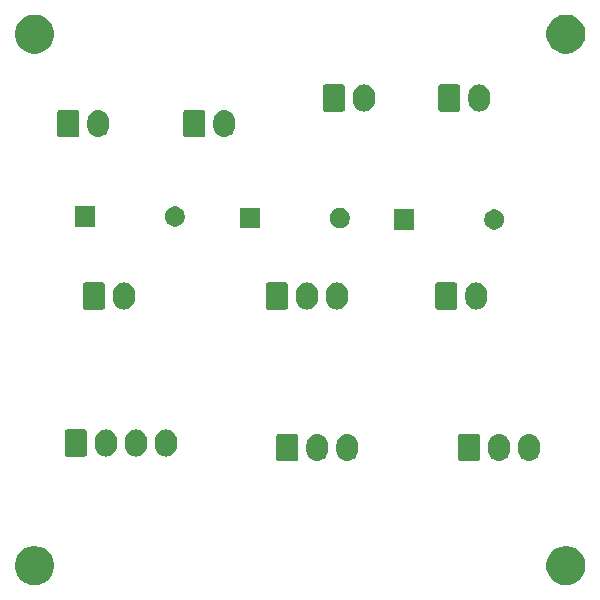
<source format=gbr>
G04 #@! TF.GenerationSoftware,KiCad,Pcbnew,(5.1.5-0-10_14)*
G04 #@! TF.CreationDate,2021-02-06T14:13:38+10:00*
G04 #@! TF.ProjectId,OH - Left Console - 4 - Exterior Lights Panel,4f48202d-204c-4656-9674-20436f6e736f,rev?*
G04 #@! TF.SameCoordinates,Original*
G04 #@! TF.FileFunction,Soldermask,Top*
G04 #@! TF.FilePolarity,Negative*
%FSLAX46Y46*%
G04 Gerber Fmt 4.6, Leading zero omitted, Abs format (unit mm)*
G04 Created by KiCad (PCBNEW (5.1.5-0-10_14)) date 2021-02-06 14:13:38*
%MOMM*%
%LPD*%
G04 APERTURE LIST*
%ADD10C,0.100000*%
G04 APERTURE END LIST*
D10*
G36*
X145375256Y-143391298D02*
G01*
X145481579Y-143412447D01*
X145782042Y-143536903D01*
X146052451Y-143717585D01*
X146282415Y-143947549D01*
X146463097Y-144217958D01*
X146587553Y-144518421D01*
X146651000Y-144837391D01*
X146651000Y-145162609D01*
X146587553Y-145481579D01*
X146463097Y-145782042D01*
X146282415Y-146052451D01*
X146052451Y-146282415D01*
X145782042Y-146463097D01*
X145481579Y-146587553D01*
X145375256Y-146608702D01*
X145162611Y-146651000D01*
X144837389Y-146651000D01*
X144624744Y-146608702D01*
X144518421Y-146587553D01*
X144217958Y-146463097D01*
X143947549Y-146282415D01*
X143717585Y-146052451D01*
X143536903Y-145782042D01*
X143412447Y-145481579D01*
X143349000Y-145162609D01*
X143349000Y-144837391D01*
X143412447Y-144518421D01*
X143536903Y-144217958D01*
X143717585Y-143947549D01*
X143947549Y-143717585D01*
X144217958Y-143536903D01*
X144518421Y-143412447D01*
X144624744Y-143391298D01*
X144837389Y-143349000D01*
X145162611Y-143349000D01*
X145375256Y-143391298D01*
G37*
G36*
X100375256Y-143391298D02*
G01*
X100481579Y-143412447D01*
X100782042Y-143536903D01*
X101052451Y-143717585D01*
X101282415Y-143947549D01*
X101463097Y-144217958D01*
X101587553Y-144518421D01*
X101651000Y-144837391D01*
X101651000Y-145162609D01*
X101587553Y-145481579D01*
X101463097Y-145782042D01*
X101282415Y-146052451D01*
X101052451Y-146282415D01*
X100782042Y-146463097D01*
X100481579Y-146587553D01*
X100375256Y-146608702D01*
X100162611Y-146651000D01*
X99837389Y-146651000D01*
X99624744Y-146608702D01*
X99518421Y-146587553D01*
X99217958Y-146463097D01*
X98947549Y-146282415D01*
X98717585Y-146052451D01*
X98536903Y-145782042D01*
X98412447Y-145481579D01*
X98349000Y-145162609D01*
X98349000Y-144837391D01*
X98412447Y-144518421D01*
X98536903Y-144217958D01*
X98717585Y-143947549D01*
X98947549Y-143717585D01*
X99217958Y-143536903D01*
X99518421Y-143412447D01*
X99624744Y-143391298D01*
X99837389Y-143349000D01*
X100162611Y-143349000D01*
X100375256Y-143391298D01*
G37*
G36*
X124132547Y-133863326D02*
G01*
X124306156Y-133915990D01*
X124306158Y-133915991D01*
X124466155Y-134001511D01*
X124606397Y-134116603D01*
X124682595Y-134209452D01*
X124721489Y-134256844D01*
X124807010Y-134416843D01*
X124859674Y-134590452D01*
X124873000Y-134725756D01*
X124873000Y-135276243D01*
X124859674Y-135411548D01*
X124807010Y-135585157D01*
X124721489Y-135745156D01*
X124704452Y-135765915D01*
X124606397Y-135885397D01*
X124509729Y-135964729D01*
X124466156Y-136000489D01*
X124306157Y-136086010D01*
X124132548Y-136138674D01*
X123952000Y-136156456D01*
X123771453Y-136138674D01*
X123597844Y-136086010D01*
X123437845Y-136000489D01*
X123394272Y-135964729D01*
X123297604Y-135885397D01*
X123182513Y-135745157D01*
X123182512Y-135745155D01*
X123096990Y-135585157D01*
X123044326Y-135411548D01*
X123031000Y-135276244D01*
X123031000Y-134725757D01*
X123044326Y-134590453D01*
X123096990Y-134416844D01*
X123182511Y-134256845D01*
X123182512Y-134256844D01*
X123297603Y-134116603D01*
X123394271Y-134037271D01*
X123437844Y-134001511D01*
X123597843Y-133915990D01*
X123771452Y-133863326D01*
X123952000Y-133845544D01*
X124132547Y-133863326D01*
G37*
G36*
X126672547Y-133863326D02*
G01*
X126846156Y-133915990D01*
X126846158Y-133915991D01*
X127006155Y-134001511D01*
X127146397Y-134116603D01*
X127222595Y-134209452D01*
X127261489Y-134256844D01*
X127347010Y-134416843D01*
X127399674Y-134590452D01*
X127413000Y-134725756D01*
X127413000Y-135276243D01*
X127399674Y-135411548D01*
X127347010Y-135585157D01*
X127261489Y-135745156D01*
X127244452Y-135765915D01*
X127146397Y-135885397D01*
X127049729Y-135964729D01*
X127006156Y-136000489D01*
X126846157Y-136086010D01*
X126672548Y-136138674D01*
X126492000Y-136156456D01*
X126311453Y-136138674D01*
X126137844Y-136086010D01*
X125977845Y-136000489D01*
X125934272Y-135964729D01*
X125837604Y-135885397D01*
X125722513Y-135745157D01*
X125722512Y-135745155D01*
X125636990Y-135585157D01*
X125584326Y-135411548D01*
X125571000Y-135276244D01*
X125571000Y-134725757D01*
X125584326Y-134590453D01*
X125636990Y-134416844D01*
X125722511Y-134256845D01*
X125722512Y-134256844D01*
X125837603Y-134116603D01*
X125934271Y-134037271D01*
X125977844Y-134001511D01*
X126137843Y-133915990D01*
X126311452Y-133863326D01*
X126492000Y-133845544D01*
X126672547Y-133863326D01*
G37*
G36*
X139499547Y-133863326D02*
G01*
X139673156Y-133915990D01*
X139673158Y-133915991D01*
X139833155Y-134001511D01*
X139973397Y-134116603D01*
X140049595Y-134209452D01*
X140088489Y-134256844D01*
X140174010Y-134416843D01*
X140226674Y-134590452D01*
X140240000Y-134725756D01*
X140240000Y-135276243D01*
X140226674Y-135411548D01*
X140174010Y-135585157D01*
X140088489Y-135745156D01*
X140071452Y-135765915D01*
X139973397Y-135885397D01*
X139876729Y-135964729D01*
X139833156Y-136000489D01*
X139673157Y-136086010D01*
X139499548Y-136138674D01*
X139319000Y-136156456D01*
X139138453Y-136138674D01*
X138964844Y-136086010D01*
X138804845Y-136000489D01*
X138761272Y-135964729D01*
X138664604Y-135885397D01*
X138549513Y-135745157D01*
X138549512Y-135745155D01*
X138463990Y-135585157D01*
X138411326Y-135411548D01*
X138398000Y-135276244D01*
X138398000Y-134725757D01*
X138411326Y-134590453D01*
X138463990Y-134416844D01*
X138549511Y-134256845D01*
X138549512Y-134256844D01*
X138664603Y-134116603D01*
X138761271Y-134037271D01*
X138804844Y-134001511D01*
X138964843Y-133915990D01*
X139138452Y-133863326D01*
X139319000Y-133845544D01*
X139499547Y-133863326D01*
G37*
G36*
X142039547Y-133863326D02*
G01*
X142213156Y-133915990D01*
X142213158Y-133915991D01*
X142373155Y-134001511D01*
X142513397Y-134116603D01*
X142589595Y-134209452D01*
X142628489Y-134256844D01*
X142714010Y-134416843D01*
X142766674Y-134590452D01*
X142780000Y-134725756D01*
X142780000Y-135276243D01*
X142766674Y-135411548D01*
X142714010Y-135585157D01*
X142628489Y-135745156D01*
X142611452Y-135765915D01*
X142513397Y-135885397D01*
X142416729Y-135964729D01*
X142373156Y-136000489D01*
X142213157Y-136086010D01*
X142039548Y-136138674D01*
X141859000Y-136156456D01*
X141678453Y-136138674D01*
X141504844Y-136086010D01*
X141344845Y-136000489D01*
X141301272Y-135964729D01*
X141204604Y-135885397D01*
X141089513Y-135745157D01*
X141089512Y-135745155D01*
X141003990Y-135585157D01*
X140951326Y-135411548D01*
X140938000Y-135276244D01*
X140938000Y-134725757D01*
X140951326Y-134590453D01*
X141003990Y-134416844D01*
X141089511Y-134256845D01*
X141089512Y-134256844D01*
X141204603Y-134116603D01*
X141301271Y-134037271D01*
X141344844Y-134001511D01*
X141504843Y-133915990D01*
X141678452Y-133863326D01*
X141859000Y-133845544D01*
X142039547Y-133863326D01*
G37*
G36*
X137558561Y-133853966D02*
G01*
X137591383Y-133863923D01*
X137621632Y-133880092D01*
X137648148Y-133901852D01*
X137669908Y-133928368D01*
X137686077Y-133958617D01*
X137696034Y-133991439D01*
X137700000Y-134031713D01*
X137700000Y-135970287D01*
X137696034Y-136010561D01*
X137686077Y-136043383D01*
X137669908Y-136073632D01*
X137648148Y-136100148D01*
X137621632Y-136121908D01*
X137591383Y-136138077D01*
X137558561Y-136148034D01*
X137518287Y-136152000D01*
X136039713Y-136152000D01*
X135999439Y-136148034D01*
X135966617Y-136138077D01*
X135936368Y-136121908D01*
X135909852Y-136100148D01*
X135888092Y-136073632D01*
X135871923Y-136043383D01*
X135861966Y-136010561D01*
X135858000Y-135970287D01*
X135858000Y-134031713D01*
X135861966Y-133991439D01*
X135871923Y-133958617D01*
X135888092Y-133928368D01*
X135909852Y-133901852D01*
X135936368Y-133880092D01*
X135966617Y-133863923D01*
X135999439Y-133853966D01*
X136039713Y-133850000D01*
X137518287Y-133850000D01*
X137558561Y-133853966D01*
G37*
G36*
X122191561Y-133853966D02*
G01*
X122224383Y-133863923D01*
X122254632Y-133880092D01*
X122281148Y-133901852D01*
X122302908Y-133928368D01*
X122319077Y-133958617D01*
X122329034Y-133991439D01*
X122333000Y-134031713D01*
X122333000Y-135970287D01*
X122329034Y-136010561D01*
X122319077Y-136043383D01*
X122302908Y-136073632D01*
X122281148Y-136100148D01*
X122254632Y-136121908D01*
X122224383Y-136138077D01*
X122191561Y-136148034D01*
X122151287Y-136152000D01*
X120672713Y-136152000D01*
X120632439Y-136148034D01*
X120599617Y-136138077D01*
X120569368Y-136121908D01*
X120542852Y-136100148D01*
X120521092Y-136073632D01*
X120504923Y-136043383D01*
X120494966Y-136010561D01*
X120491000Y-135970287D01*
X120491000Y-134031713D01*
X120494966Y-133991439D01*
X120504923Y-133958617D01*
X120521092Y-133928368D01*
X120542852Y-133901852D01*
X120569368Y-133880092D01*
X120599617Y-133863923D01*
X120632439Y-133853966D01*
X120672713Y-133850000D01*
X122151287Y-133850000D01*
X122191561Y-133853966D01*
G37*
G36*
X106225547Y-133482326D02*
G01*
X106399156Y-133534990D01*
X106399158Y-133534991D01*
X106559155Y-133620511D01*
X106699397Y-133735603D01*
X106778729Y-133832271D01*
X106814489Y-133875844D01*
X106858732Y-133958617D01*
X106897803Y-134031713D01*
X106900010Y-134035843D01*
X106952674Y-134209452D01*
X106966000Y-134344756D01*
X106966000Y-134895243D01*
X106952674Y-135030548D01*
X106900010Y-135204157D01*
X106814489Y-135364156D01*
X106778729Y-135407729D01*
X106699397Y-135504397D01*
X106602729Y-135583729D01*
X106559156Y-135619489D01*
X106399157Y-135705010D01*
X106225548Y-135757674D01*
X106045000Y-135775456D01*
X105864453Y-135757674D01*
X105690844Y-135705010D01*
X105530845Y-135619489D01*
X105487272Y-135583729D01*
X105390604Y-135504397D01*
X105275513Y-135364157D01*
X105275512Y-135364155D01*
X105189990Y-135204157D01*
X105137326Y-135030548D01*
X105124000Y-134895244D01*
X105124000Y-134344757D01*
X105137326Y-134209453D01*
X105189990Y-134035844D01*
X105275511Y-133875845D01*
X105292548Y-133855085D01*
X105390603Y-133735603D01*
X105516388Y-133632375D01*
X105530844Y-133620511D01*
X105690843Y-133534990D01*
X105864452Y-133482326D01*
X106045000Y-133464544D01*
X106225547Y-133482326D01*
G37*
G36*
X108765547Y-133482326D02*
G01*
X108939156Y-133534990D01*
X108939158Y-133534991D01*
X109099155Y-133620511D01*
X109239397Y-133735603D01*
X109318729Y-133832271D01*
X109354489Y-133875844D01*
X109398732Y-133958617D01*
X109437803Y-134031713D01*
X109440010Y-134035843D01*
X109492674Y-134209452D01*
X109506000Y-134344756D01*
X109506000Y-134895243D01*
X109492674Y-135030548D01*
X109440010Y-135204157D01*
X109354489Y-135364156D01*
X109318729Y-135407729D01*
X109239397Y-135504397D01*
X109142729Y-135583729D01*
X109099156Y-135619489D01*
X108939157Y-135705010D01*
X108765548Y-135757674D01*
X108585000Y-135775456D01*
X108404453Y-135757674D01*
X108230844Y-135705010D01*
X108070845Y-135619489D01*
X108027272Y-135583729D01*
X107930604Y-135504397D01*
X107815513Y-135364157D01*
X107815512Y-135364155D01*
X107729990Y-135204157D01*
X107677326Y-135030548D01*
X107664000Y-134895244D01*
X107664000Y-134344757D01*
X107677326Y-134209453D01*
X107729990Y-134035844D01*
X107815511Y-133875845D01*
X107832548Y-133855085D01*
X107930603Y-133735603D01*
X108056388Y-133632375D01*
X108070844Y-133620511D01*
X108230843Y-133534990D01*
X108404452Y-133482326D01*
X108585000Y-133464544D01*
X108765547Y-133482326D01*
G37*
G36*
X111305547Y-133482326D02*
G01*
X111479156Y-133534990D01*
X111479158Y-133534991D01*
X111639155Y-133620511D01*
X111779397Y-133735603D01*
X111858729Y-133832271D01*
X111894489Y-133875844D01*
X111938732Y-133958617D01*
X111977803Y-134031713D01*
X111980010Y-134035843D01*
X112032674Y-134209452D01*
X112046000Y-134344756D01*
X112046000Y-134895243D01*
X112032674Y-135030548D01*
X111980010Y-135204157D01*
X111894489Y-135364156D01*
X111858729Y-135407729D01*
X111779397Y-135504397D01*
X111682729Y-135583729D01*
X111639156Y-135619489D01*
X111479157Y-135705010D01*
X111305548Y-135757674D01*
X111125000Y-135775456D01*
X110944453Y-135757674D01*
X110770844Y-135705010D01*
X110610845Y-135619489D01*
X110567272Y-135583729D01*
X110470604Y-135504397D01*
X110355513Y-135364157D01*
X110355512Y-135364155D01*
X110269990Y-135204157D01*
X110217326Y-135030548D01*
X110204000Y-134895244D01*
X110204000Y-134344757D01*
X110217326Y-134209453D01*
X110269990Y-134035844D01*
X110355511Y-133875845D01*
X110372548Y-133855085D01*
X110470603Y-133735603D01*
X110596388Y-133632375D01*
X110610844Y-133620511D01*
X110770843Y-133534990D01*
X110944452Y-133482326D01*
X111125000Y-133464544D01*
X111305547Y-133482326D01*
G37*
G36*
X104284561Y-133472966D02*
G01*
X104317383Y-133482923D01*
X104347632Y-133499092D01*
X104374148Y-133520852D01*
X104395908Y-133547368D01*
X104412077Y-133577617D01*
X104422034Y-133610439D01*
X104426000Y-133650713D01*
X104426000Y-135589287D01*
X104422034Y-135629561D01*
X104412077Y-135662383D01*
X104395908Y-135692632D01*
X104374148Y-135719148D01*
X104347632Y-135740908D01*
X104317383Y-135757077D01*
X104284561Y-135767034D01*
X104244287Y-135771000D01*
X102765713Y-135771000D01*
X102725439Y-135767034D01*
X102692617Y-135757077D01*
X102662368Y-135740908D01*
X102635852Y-135719148D01*
X102614092Y-135692632D01*
X102597923Y-135662383D01*
X102587966Y-135629561D01*
X102584000Y-135589287D01*
X102584000Y-133650713D01*
X102587966Y-133610439D01*
X102597923Y-133577617D01*
X102614092Y-133547368D01*
X102635852Y-133520852D01*
X102662368Y-133499092D01*
X102692617Y-133482923D01*
X102725439Y-133472966D01*
X102765713Y-133469000D01*
X104244287Y-133469000D01*
X104284561Y-133472966D01*
G37*
G36*
X123243547Y-121036326D02*
G01*
X123417156Y-121088990D01*
X123417158Y-121088991D01*
X123577155Y-121174511D01*
X123717397Y-121289603D01*
X123796729Y-121386271D01*
X123832489Y-121429844D01*
X123918010Y-121589843D01*
X123970674Y-121763452D01*
X123984000Y-121898756D01*
X123984000Y-122449243D01*
X123970674Y-122584548D01*
X123918010Y-122758157D01*
X123832489Y-122918156D01*
X123796729Y-122961729D01*
X123717397Y-123058397D01*
X123620729Y-123137729D01*
X123577156Y-123173489D01*
X123417157Y-123259010D01*
X123243548Y-123311674D01*
X123063000Y-123329456D01*
X122882453Y-123311674D01*
X122708844Y-123259010D01*
X122548845Y-123173489D01*
X122505272Y-123137729D01*
X122408604Y-123058397D01*
X122293513Y-122918157D01*
X122293512Y-122918155D01*
X122207990Y-122758157D01*
X122155326Y-122584548D01*
X122142000Y-122449244D01*
X122142000Y-121898757D01*
X122155326Y-121763453D01*
X122207990Y-121589844D01*
X122293511Y-121429845D01*
X122293512Y-121429844D01*
X122408603Y-121289603D01*
X122534388Y-121186375D01*
X122548844Y-121174511D01*
X122708843Y-121088990D01*
X122882452Y-121036326D01*
X123063000Y-121018544D01*
X123243547Y-121036326D01*
G37*
G36*
X137594547Y-121036326D02*
G01*
X137768156Y-121088990D01*
X137768158Y-121088991D01*
X137928155Y-121174511D01*
X138068397Y-121289603D01*
X138147729Y-121386271D01*
X138183489Y-121429844D01*
X138269010Y-121589843D01*
X138321674Y-121763452D01*
X138335000Y-121898756D01*
X138335000Y-122449243D01*
X138321674Y-122584548D01*
X138269010Y-122758157D01*
X138183489Y-122918156D01*
X138147729Y-122961729D01*
X138068397Y-123058397D01*
X137971729Y-123137729D01*
X137928156Y-123173489D01*
X137768157Y-123259010D01*
X137594548Y-123311674D01*
X137414000Y-123329456D01*
X137233453Y-123311674D01*
X137059844Y-123259010D01*
X136899845Y-123173489D01*
X136856272Y-123137729D01*
X136759604Y-123058397D01*
X136644513Y-122918157D01*
X136644512Y-122918155D01*
X136558990Y-122758157D01*
X136506326Y-122584548D01*
X136493000Y-122449244D01*
X136493000Y-121898757D01*
X136506326Y-121763453D01*
X136558990Y-121589844D01*
X136644511Y-121429845D01*
X136644512Y-121429844D01*
X136759603Y-121289603D01*
X136885388Y-121186375D01*
X136899844Y-121174511D01*
X137059843Y-121088990D01*
X137233452Y-121036326D01*
X137414000Y-121018544D01*
X137594547Y-121036326D01*
G37*
G36*
X125783547Y-121036326D02*
G01*
X125957156Y-121088990D01*
X125957158Y-121088991D01*
X126117155Y-121174511D01*
X126257397Y-121289603D01*
X126336729Y-121386271D01*
X126372489Y-121429844D01*
X126458010Y-121589843D01*
X126510674Y-121763452D01*
X126524000Y-121898756D01*
X126524000Y-122449243D01*
X126510674Y-122584548D01*
X126458010Y-122758157D01*
X126372489Y-122918156D01*
X126336729Y-122961729D01*
X126257397Y-123058397D01*
X126160729Y-123137729D01*
X126117156Y-123173489D01*
X125957157Y-123259010D01*
X125783548Y-123311674D01*
X125603000Y-123329456D01*
X125422453Y-123311674D01*
X125248844Y-123259010D01*
X125088845Y-123173489D01*
X125045272Y-123137729D01*
X124948604Y-123058397D01*
X124833513Y-122918157D01*
X124833512Y-122918155D01*
X124747990Y-122758157D01*
X124695326Y-122584548D01*
X124682000Y-122449244D01*
X124682000Y-121898757D01*
X124695326Y-121763453D01*
X124747990Y-121589844D01*
X124833511Y-121429845D01*
X124833512Y-121429844D01*
X124948603Y-121289603D01*
X125074388Y-121186375D01*
X125088844Y-121174511D01*
X125248843Y-121088990D01*
X125422452Y-121036326D01*
X125603000Y-121018544D01*
X125783547Y-121036326D01*
G37*
G36*
X107749547Y-121036326D02*
G01*
X107923156Y-121088990D01*
X107923158Y-121088991D01*
X108083155Y-121174511D01*
X108223397Y-121289603D01*
X108302729Y-121386271D01*
X108338489Y-121429844D01*
X108424010Y-121589843D01*
X108476674Y-121763452D01*
X108490000Y-121898756D01*
X108490000Y-122449243D01*
X108476674Y-122584548D01*
X108424010Y-122758157D01*
X108338489Y-122918156D01*
X108302729Y-122961729D01*
X108223397Y-123058397D01*
X108126729Y-123137729D01*
X108083156Y-123173489D01*
X107923157Y-123259010D01*
X107749548Y-123311674D01*
X107569000Y-123329456D01*
X107388453Y-123311674D01*
X107214844Y-123259010D01*
X107054845Y-123173489D01*
X107011272Y-123137729D01*
X106914604Y-123058397D01*
X106799513Y-122918157D01*
X106799512Y-122918155D01*
X106713990Y-122758157D01*
X106661326Y-122584548D01*
X106648000Y-122449244D01*
X106648000Y-121898757D01*
X106661326Y-121763453D01*
X106713990Y-121589844D01*
X106799511Y-121429845D01*
X106799512Y-121429844D01*
X106914603Y-121289603D01*
X107040388Y-121186375D01*
X107054844Y-121174511D01*
X107214843Y-121088990D01*
X107388452Y-121036326D01*
X107569000Y-121018544D01*
X107749547Y-121036326D01*
G37*
G36*
X135653561Y-121026966D02*
G01*
X135686383Y-121036923D01*
X135716632Y-121053092D01*
X135743148Y-121074852D01*
X135764908Y-121101368D01*
X135781077Y-121131617D01*
X135791034Y-121164439D01*
X135795000Y-121204713D01*
X135795000Y-123143287D01*
X135791034Y-123183561D01*
X135781077Y-123216383D01*
X135764908Y-123246632D01*
X135743148Y-123273148D01*
X135716632Y-123294908D01*
X135686383Y-123311077D01*
X135653561Y-123321034D01*
X135613287Y-123325000D01*
X134134713Y-123325000D01*
X134094439Y-123321034D01*
X134061617Y-123311077D01*
X134031368Y-123294908D01*
X134004852Y-123273148D01*
X133983092Y-123246632D01*
X133966923Y-123216383D01*
X133956966Y-123183561D01*
X133953000Y-123143287D01*
X133953000Y-121204713D01*
X133956966Y-121164439D01*
X133966923Y-121131617D01*
X133983092Y-121101368D01*
X134004852Y-121074852D01*
X134031368Y-121053092D01*
X134061617Y-121036923D01*
X134094439Y-121026966D01*
X134134713Y-121023000D01*
X135613287Y-121023000D01*
X135653561Y-121026966D01*
G37*
G36*
X121302561Y-121026966D02*
G01*
X121335383Y-121036923D01*
X121365632Y-121053092D01*
X121392148Y-121074852D01*
X121413908Y-121101368D01*
X121430077Y-121131617D01*
X121440034Y-121164439D01*
X121444000Y-121204713D01*
X121444000Y-123143287D01*
X121440034Y-123183561D01*
X121430077Y-123216383D01*
X121413908Y-123246632D01*
X121392148Y-123273148D01*
X121365632Y-123294908D01*
X121335383Y-123311077D01*
X121302561Y-123321034D01*
X121262287Y-123325000D01*
X119783713Y-123325000D01*
X119743439Y-123321034D01*
X119710617Y-123311077D01*
X119680368Y-123294908D01*
X119653852Y-123273148D01*
X119632092Y-123246632D01*
X119615923Y-123216383D01*
X119605966Y-123183561D01*
X119602000Y-123143287D01*
X119602000Y-121204713D01*
X119605966Y-121164439D01*
X119615923Y-121131617D01*
X119632092Y-121101368D01*
X119653852Y-121074852D01*
X119680368Y-121053092D01*
X119710617Y-121036923D01*
X119743439Y-121026966D01*
X119783713Y-121023000D01*
X121262287Y-121023000D01*
X121302561Y-121026966D01*
G37*
G36*
X105808561Y-121026966D02*
G01*
X105841383Y-121036923D01*
X105871632Y-121053092D01*
X105898148Y-121074852D01*
X105919908Y-121101368D01*
X105936077Y-121131617D01*
X105946034Y-121164439D01*
X105950000Y-121204713D01*
X105950000Y-123143287D01*
X105946034Y-123183561D01*
X105936077Y-123216383D01*
X105919908Y-123246632D01*
X105898148Y-123273148D01*
X105871632Y-123294908D01*
X105841383Y-123311077D01*
X105808561Y-123321034D01*
X105768287Y-123325000D01*
X104289713Y-123325000D01*
X104249439Y-123321034D01*
X104216617Y-123311077D01*
X104186368Y-123294908D01*
X104159852Y-123273148D01*
X104138092Y-123246632D01*
X104121923Y-123216383D01*
X104111966Y-123183561D01*
X104108000Y-123143287D01*
X104108000Y-121204713D01*
X104111966Y-121164439D01*
X104121923Y-121131617D01*
X104138092Y-121101368D01*
X104159852Y-121074852D01*
X104186368Y-121053092D01*
X104216617Y-121036923D01*
X104249439Y-121026966D01*
X104289713Y-121023000D01*
X105768287Y-121023000D01*
X105808561Y-121026966D01*
G37*
G36*
X132169000Y-116548000D02*
G01*
X130467000Y-116548000D01*
X130467000Y-114846000D01*
X132169000Y-114846000D01*
X132169000Y-116548000D01*
G37*
G36*
X139186228Y-114878703D02*
G01*
X139341100Y-114942853D01*
X139480481Y-115035985D01*
X139599015Y-115154519D01*
X139692147Y-115293900D01*
X139756297Y-115448772D01*
X139789000Y-115613184D01*
X139789000Y-115780816D01*
X139756297Y-115945228D01*
X139692147Y-116100100D01*
X139599015Y-116239481D01*
X139480481Y-116358015D01*
X139341100Y-116451147D01*
X139186228Y-116515297D01*
X139021816Y-116548000D01*
X138854184Y-116548000D01*
X138689772Y-116515297D01*
X138534900Y-116451147D01*
X138395519Y-116358015D01*
X138276985Y-116239481D01*
X138183853Y-116100100D01*
X138119703Y-115945228D01*
X138087000Y-115780816D01*
X138087000Y-115613184D01*
X138119703Y-115448772D01*
X138183853Y-115293900D01*
X138276985Y-115154519D01*
X138395519Y-115035985D01*
X138534900Y-114942853D01*
X138689772Y-114878703D01*
X138854184Y-114846000D01*
X139021816Y-114846000D01*
X139186228Y-114878703D01*
G37*
G36*
X119088000Y-116421000D02*
G01*
X117386000Y-116421000D01*
X117386000Y-114719000D01*
X119088000Y-114719000D01*
X119088000Y-116421000D01*
G37*
G36*
X126105228Y-114751703D02*
G01*
X126260100Y-114815853D01*
X126399481Y-114908985D01*
X126518015Y-115027519D01*
X126611147Y-115166900D01*
X126675297Y-115321772D01*
X126708000Y-115486184D01*
X126708000Y-115653816D01*
X126675297Y-115818228D01*
X126611147Y-115973100D01*
X126518015Y-116112481D01*
X126399481Y-116231015D01*
X126260100Y-116324147D01*
X126105228Y-116388297D01*
X125940816Y-116421000D01*
X125773184Y-116421000D01*
X125608772Y-116388297D01*
X125453900Y-116324147D01*
X125314519Y-116231015D01*
X125195985Y-116112481D01*
X125102853Y-115973100D01*
X125038703Y-115818228D01*
X125006000Y-115653816D01*
X125006000Y-115486184D01*
X125038703Y-115321772D01*
X125102853Y-115166900D01*
X125195985Y-115027519D01*
X125314519Y-114908985D01*
X125453900Y-114815853D01*
X125608772Y-114751703D01*
X125773184Y-114719000D01*
X125940816Y-114719000D01*
X126105228Y-114751703D01*
G37*
G36*
X112135228Y-114624703D02*
G01*
X112290100Y-114688853D01*
X112429481Y-114781985D01*
X112548015Y-114900519D01*
X112641147Y-115039900D01*
X112705297Y-115194772D01*
X112738000Y-115359184D01*
X112738000Y-115526816D01*
X112705297Y-115691228D01*
X112641147Y-115846100D01*
X112548015Y-115985481D01*
X112429481Y-116104015D01*
X112290100Y-116197147D01*
X112135228Y-116261297D01*
X111970816Y-116294000D01*
X111803184Y-116294000D01*
X111638772Y-116261297D01*
X111483900Y-116197147D01*
X111344519Y-116104015D01*
X111225985Y-115985481D01*
X111132853Y-115846100D01*
X111068703Y-115691228D01*
X111036000Y-115526816D01*
X111036000Y-115359184D01*
X111068703Y-115194772D01*
X111132853Y-115039900D01*
X111225985Y-114900519D01*
X111344519Y-114781985D01*
X111483900Y-114688853D01*
X111638772Y-114624703D01*
X111803184Y-114592000D01*
X111970816Y-114592000D01*
X112135228Y-114624703D01*
G37*
G36*
X105118000Y-116294000D02*
G01*
X103416000Y-116294000D01*
X103416000Y-114592000D01*
X105118000Y-114592000D01*
X105118000Y-116294000D01*
G37*
G36*
X105590547Y-106431326D02*
G01*
X105764156Y-106483990D01*
X105764158Y-106483991D01*
X105924155Y-106569511D01*
X106064397Y-106684603D01*
X106143729Y-106781271D01*
X106179489Y-106824844D01*
X106265010Y-106984843D01*
X106317674Y-107158452D01*
X106331000Y-107293756D01*
X106331000Y-107844243D01*
X106317674Y-107979548D01*
X106265010Y-108153157D01*
X106179489Y-108313156D01*
X106143729Y-108356729D01*
X106064397Y-108453397D01*
X105967729Y-108532729D01*
X105924156Y-108568489D01*
X105764157Y-108654010D01*
X105590548Y-108706674D01*
X105410000Y-108724456D01*
X105229453Y-108706674D01*
X105055844Y-108654010D01*
X104895845Y-108568489D01*
X104852272Y-108532729D01*
X104755604Y-108453397D01*
X104640513Y-108313157D01*
X104640512Y-108313155D01*
X104554990Y-108153157D01*
X104502326Y-107979548D01*
X104489000Y-107844244D01*
X104489000Y-107293757D01*
X104502326Y-107158453D01*
X104554990Y-106984844D01*
X104640511Y-106824845D01*
X104640512Y-106824844D01*
X104755603Y-106684603D01*
X104881388Y-106581375D01*
X104895844Y-106569511D01*
X105055843Y-106483990D01*
X105229452Y-106431326D01*
X105410000Y-106413544D01*
X105590547Y-106431326D01*
G37*
G36*
X116258547Y-106431326D02*
G01*
X116432156Y-106483990D01*
X116432158Y-106483991D01*
X116592155Y-106569511D01*
X116732397Y-106684603D01*
X116811729Y-106781271D01*
X116847489Y-106824844D01*
X116933010Y-106984843D01*
X116985674Y-107158452D01*
X116999000Y-107293756D01*
X116999000Y-107844243D01*
X116985674Y-107979548D01*
X116933010Y-108153157D01*
X116847489Y-108313156D01*
X116811729Y-108356729D01*
X116732397Y-108453397D01*
X116635729Y-108532729D01*
X116592156Y-108568489D01*
X116432157Y-108654010D01*
X116258548Y-108706674D01*
X116078000Y-108724456D01*
X115897453Y-108706674D01*
X115723844Y-108654010D01*
X115563845Y-108568489D01*
X115520272Y-108532729D01*
X115423604Y-108453397D01*
X115308513Y-108313157D01*
X115308512Y-108313155D01*
X115222990Y-108153157D01*
X115170326Y-107979548D01*
X115157000Y-107844244D01*
X115157000Y-107293757D01*
X115170326Y-107158453D01*
X115222990Y-106984844D01*
X115308511Y-106824845D01*
X115308512Y-106824844D01*
X115423603Y-106684603D01*
X115549388Y-106581375D01*
X115563844Y-106569511D01*
X115723843Y-106483990D01*
X115897452Y-106431326D01*
X116078000Y-106413544D01*
X116258547Y-106431326D01*
G37*
G36*
X103649561Y-106421966D02*
G01*
X103682383Y-106431923D01*
X103712632Y-106448092D01*
X103739148Y-106469852D01*
X103760908Y-106496368D01*
X103777077Y-106526617D01*
X103787034Y-106559439D01*
X103791000Y-106599713D01*
X103791000Y-108538287D01*
X103787034Y-108578561D01*
X103777077Y-108611383D01*
X103760908Y-108641632D01*
X103739148Y-108668148D01*
X103712632Y-108689908D01*
X103682383Y-108706077D01*
X103649561Y-108716034D01*
X103609287Y-108720000D01*
X102130713Y-108720000D01*
X102090439Y-108716034D01*
X102057617Y-108706077D01*
X102027368Y-108689908D01*
X102000852Y-108668148D01*
X101979092Y-108641632D01*
X101962923Y-108611383D01*
X101952966Y-108578561D01*
X101949000Y-108538287D01*
X101949000Y-106599713D01*
X101952966Y-106559439D01*
X101962923Y-106526617D01*
X101979092Y-106496368D01*
X102000852Y-106469852D01*
X102027368Y-106448092D01*
X102057617Y-106431923D01*
X102090439Y-106421966D01*
X102130713Y-106418000D01*
X103609287Y-106418000D01*
X103649561Y-106421966D01*
G37*
G36*
X114317561Y-106421966D02*
G01*
X114350383Y-106431923D01*
X114380632Y-106448092D01*
X114407148Y-106469852D01*
X114428908Y-106496368D01*
X114445077Y-106526617D01*
X114455034Y-106559439D01*
X114459000Y-106599713D01*
X114459000Y-108538287D01*
X114455034Y-108578561D01*
X114445077Y-108611383D01*
X114428908Y-108641632D01*
X114407148Y-108668148D01*
X114380632Y-108689908D01*
X114350383Y-108706077D01*
X114317561Y-108716034D01*
X114277287Y-108720000D01*
X112798713Y-108720000D01*
X112758439Y-108716034D01*
X112725617Y-108706077D01*
X112695368Y-108689908D01*
X112668852Y-108668148D01*
X112647092Y-108641632D01*
X112630923Y-108611383D01*
X112620966Y-108578561D01*
X112617000Y-108538287D01*
X112617000Y-106599713D01*
X112620966Y-106559439D01*
X112630923Y-106526617D01*
X112647092Y-106496368D01*
X112668852Y-106469852D01*
X112695368Y-106448092D01*
X112725617Y-106431923D01*
X112758439Y-106421966D01*
X112798713Y-106418000D01*
X114277287Y-106418000D01*
X114317561Y-106421966D01*
G37*
G36*
X137848547Y-104272326D02*
G01*
X138022156Y-104324990D01*
X138022158Y-104324991D01*
X138182155Y-104410511D01*
X138322397Y-104525603D01*
X138401729Y-104622271D01*
X138437489Y-104665844D01*
X138523010Y-104825843D01*
X138575674Y-104999452D01*
X138589000Y-105134756D01*
X138589000Y-105685243D01*
X138575674Y-105820548D01*
X138523010Y-105994157D01*
X138437489Y-106154156D01*
X138401729Y-106197729D01*
X138322397Y-106294397D01*
X138225729Y-106373729D01*
X138182156Y-106409489D01*
X138022157Y-106495010D01*
X137848548Y-106547674D01*
X137668000Y-106565456D01*
X137487453Y-106547674D01*
X137313844Y-106495010D01*
X137153845Y-106409489D01*
X137110272Y-106373729D01*
X137013604Y-106294397D01*
X136898513Y-106154157D01*
X136898512Y-106154155D01*
X136812990Y-105994157D01*
X136760326Y-105820548D01*
X136747000Y-105685244D01*
X136747000Y-105134757D01*
X136760326Y-104999453D01*
X136812990Y-104825844D01*
X136898511Y-104665845D01*
X136898512Y-104665844D01*
X137013603Y-104525603D01*
X137139388Y-104422375D01*
X137153844Y-104410511D01*
X137313843Y-104324990D01*
X137487452Y-104272326D01*
X137668000Y-104254544D01*
X137848547Y-104272326D01*
G37*
G36*
X128069547Y-104272326D02*
G01*
X128243156Y-104324990D01*
X128243158Y-104324991D01*
X128403155Y-104410511D01*
X128543397Y-104525603D01*
X128622729Y-104622271D01*
X128658489Y-104665844D01*
X128744010Y-104825843D01*
X128796674Y-104999452D01*
X128810000Y-105134756D01*
X128810000Y-105685243D01*
X128796674Y-105820548D01*
X128744010Y-105994157D01*
X128658489Y-106154156D01*
X128622729Y-106197729D01*
X128543397Y-106294397D01*
X128446729Y-106373729D01*
X128403156Y-106409489D01*
X128243157Y-106495010D01*
X128069548Y-106547674D01*
X127889000Y-106565456D01*
X127708453Y-106547674D01*
X127534844Y-106495010D01*
X127374845Y-106409489D01*
X127331272Y-106373729D01*
X127234604Y-106294397D01*
X127119513Y-106154157D01*
X127119512Y-106154155D01*
X127033990Y-105994157D01*
X126981326Y-105820548D01*
X126968000Y-105685244D01*
X126968000Y-105134757D01*
X126981326Y-104999453D01*
X127033990Y-104825844D01*
X127119511Y-104665845D01*
X127119512Y-104665844D01*
X127234603Y-104525603D01*
X127360388Y-104422375D01*
X127374844Y-104410511D01*
X127534843Y-104324990D01*
X127708452Y-104272326D01*
X127889000Y-104254544D01*
X128069547Y-104272326D01*
G37*
G36*
X126128561Y-104262966D02*
G01*
X126161383Y-104272923D01*
X126191632Y-104289092D01*
X126218148Y-104310852D01*
X126239908Y-104337368D01*
X126256077Y-104367617D01*
X126266034Y-104400439D01*
X126270000Y-104440713D01*
X126270000Y-106379287D01*
X126266034Y-106419561D01*
X126256077Y-106452383D01*
X126239908Y-106482632D01*
X126218148Y-106509148D01*
X126191632Y-106530908D01*
X126161383Y-106547077D01*
X126128561Y-106557034D01*
X126088287Y-106561000D01*
X124609713Y-106561000D01*
X124569439Y-106557034D01*
X124536617Y-106547077D01*
X124506368Y-106530908D01*
X124479852Y-106509148D01*
X124458092Y-106482632D01*
X124441923Y-106452383D01*
X124431966Y-106419561D01*
X124428000Y-106379287D01*
X124428000Y-104440713D01*
X124431966Y-104400439D01*
X124441923Y-104367617D01*
X124458092Y-104337368D01*
X124479852Y-104310852D01*
X124506368Y-104289092D01*
X124536617Y-104272923D01*
X124569439Y-104262966D01*
X124609713Y-104259000D01*
X126088287Y-104259000D01*
X126128561Y-104262966D01*
G37*
G36*
X135907561Y-104262966D02*
G01*
X135940383Y-104272923D01*
X135970632Y-104289092D01*
X135997148Y-104310852D01*
X136018908Y-104337368D01*
X136035077Y-104367617D01*
X136045034Y-104400439D01*
X136049000Y-104440713D01*
X136049000Y-106379287D01*
X136045034Y-106419561D01*
X136035077Y-106452383D01*
X136018908Y-106482632D01*
X135997148Y-106509148D01*
X135970632Y-106530908D01*
X135940383Y-106547077D01*
X135907561Y-106557034D01*
X135867287Y-106561000D01*
X134388713Y-106561000D01*
X134348439Y-106557034D01*
X134315617Y-106547077D01*
X134285368Y-106530908D01*
X134258852Y-106509148D01*
X134237092Y-106482632D01*
X134220923Y-106452383D01*
X134210966Y-106419561D01*
X134207000Y-106379287D01*
X134207000Y-104440713D01*
X134210966Y-104400439D01*
X134220923Y-104367617D01*
X134237092Y-104337368D01*
X134258852Y-104310852D01*
X134285368Y-104289092D01*
X134315617Y-104272923D01*
X134348439Y-104262966D01*
X134388713Y-104259000D01*
X135867287Y-104259000D01*
X135907561Y-104262966D01*
G37*
G36*
X145375256Y-98391298D02*
G01*
X145481579Y-98412447D01*
X145782042Y-98536903D01*
X146052451Y-98717585D01*
X146282415Y-98947549D01*
X146463097Y-99217958D01*
X146587553Y-99518421D01*
X146651000Y-99837391D01*
X146651000Y-100162609D01*
X146587553Y-100481579D01*
X146463097Y-100782042D01*
X146282415Y-101052451D01*
X146052451Y-101282415D01*
X145782042Y-101463097D01*
X145481579Y-101587553D01*
X145375256Y-101608702D01*
X145162611Y-101651000D01*
X144837389Y-101651000D01*
X144624744Y-101608702D01*
X144518421Y-101587553D01*
X144217958Y-101463097D01*
X143947549Y-101282415D01*
X143717585Y-101052451D01*
X143536903Y-100782042D01*
X143412447Y-100481579D01*
X143349000Y-100162609D01*
X143349000Y-99837391D01*
X143412447Y-99518421D01*
X143536903Y-99217958D01*
X143717585Y-98947549D01*
X143947549Y-98717585D01*
X144217958Y-98536903D01*
X144518421Y-98412447D01*
X144624744Y-98391298D01*
X144837389Y-98349000D01*
X145162611Y-98349000D01*
X145375256Y-98391298D01*
G37*
G36*
X100375256Y-98391298D02*
G01*
X100481579Y-98412447D01*
X100782042Y-98536903D01*
X101052451Y-98717585D01*
X101282415Y-98947549D01*
X101463097Y-99217958D01*
X101587553Y-99518421D01*
X101651000Y-99837391D01*
X101651000Y-100162609D01*
X101587553Y-100481579D01*
X101463097Y-100782042D01*
X101282415Y-101052451D01*
X101052451Y-101282415D01*
X100782042Y-101463097D01*
X100481579Y-101587553D01*
X100375256Y-101608702D01*
X100162611Y-101651000D01*
X99837389Y-101651000D01*
X99624744Y-101608702D01*
X99518421Y-101587553D01*
X99217958Y-101463097D01*
X98947549Y-101282415D01*
X98717585Y-101052451D01*
X98536903Y-100782042D01*
X98412447Y-100481579D01*
X98349000Y-100162609D01*
X98349000Y-99837391D01*
X98412447Y-99518421D01*
X98536903Y-99217958D01*
X98717585Y-98947549D01*
X98947549Y-98717585D01*
X99217958Y-98536903D01*
X99518421Y-98412447D01*
X99624744Y-98391298D01*
X99837389Y-98349000D01*
X100162611Y-98349000D01*
X100375256Y-98391298D01*
G37*
M02*

</source>
